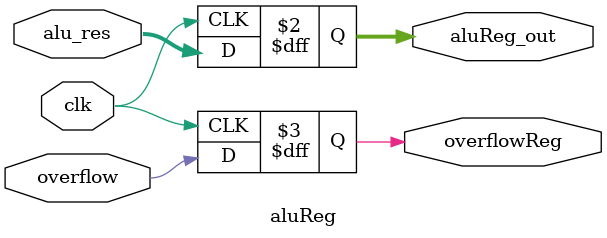
<source format=v>
module aluReg(clk, alu_res, aluReg_out, overflow, overflowReg);
  input clk;
  input [31:0] alu_res;
  input overflow;
  output reg [31:0] aluReg_out;
  output reg overflowReg;
  
  always@(posedge clk)
  begin
    aluReg_out <= alu_res;
    overflowReg <= overflow;
  end
  
endmodule


</source>
